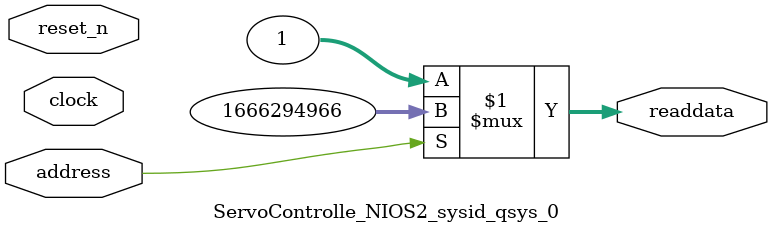
<source format=v>



// synthesis translate_off
`timescale 1ns / 1ps
// synthesis translate_on

// turn off superfluous verilog processor warnings 
// altera message_level Level1 
// altera message_off 10034 10035 10036 10037 10230 10240 10030 

module ServoControlle_NIOS2_sysid_qsys_0 (
               // inputs:
                address,
                clock,
                reset_n,

               // outputs:
                readdata
             )
;

  output  [ 31: 0] readdata;
  input            address;
  input            clock;
  input            reset_n;

  wire    [ 31: 0] readdata;
  //control_slave, which is an e_avalon_slave
  assign readdata = address ? 1666294966 : 1;

endmodule



</source>
